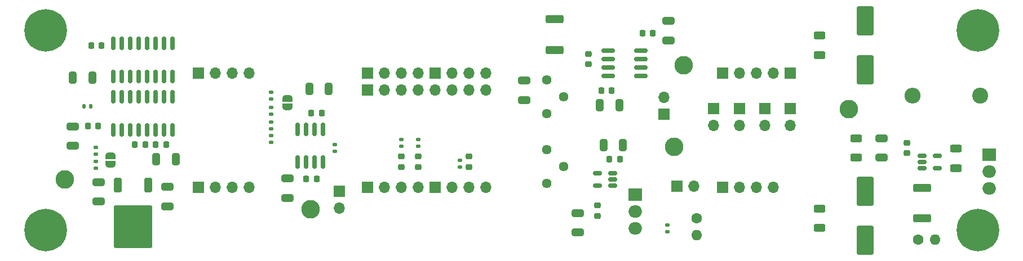
<source format=gbr>
%TF.GenerationSoftware,KiCad,Pcbnew,8.0.2*%
%TF.CreationDate,2024-07-01T04:04:09-07:00*%
%TF.ProjectId,waveform-generator-board,77617665-666f-4726-9d2d-67656e657261,rev?*%
%TF.SameCoordinates,Original*%
%TF.FileFunction,Soldermask,Top*%
%TF.FilePolarity,Negative*%
%FSLAX46Y46*%
G04 Gerber Fmt 4.6, Leading zero omitted, Abs format (unit mm)*
G04 Created by KiCad (PCBNEW 8.0.2) date 2024-07-01 04:04:09*
%MOMM*%
%LPD*%
G01*
G04 APERTURE LIST*
G04 Aperture macros list*
%AMRoundRect*
0 Rectangle with rounded corners*
0 $1 Rounding radius*
0 $2 $3 $4 $5 $6 $7 $8 $9 X,Y pos of 4 corners*
0 Add a 4 corners polygon primitive as box body*
4,1,4,$2,$3,$4,$5,$6,$7,$8,$9,$2,$3,0*
0 Add four circle primitives for the rounded corners*
1,1,$1+$1,$2,$3*
1,1,$1+$1,$4,$5*
1,1,$1+$1,$6,$7*
1,1,$1+$1,$8,$9*
0 Add four rect primitives between the rounded corners*
20,1,$1+$1,$2,$3,$4,$5,0*
20,1,$1+$1,$4,$5,$6,$7,0*
20,1,$1+$1,$6,$7,$8,$9,0*
20,1,$1+$1,$8,$9,$2,$3,0*%
%AMFreePoly0*
4,1,19,0.500000,-0.750000,0.000000,-0.750000,0.000000,-0.744911,-0.071157,-0.744911,-0.207708,-0.704816,-0.327430,-0.627875,-0.420627,-0.520320,-0.479746,-0.390866,-0.500000,-0.250000,-0.500000,0.250000,-0.479746,0.390866,-0.420627,0.520320,-0.327430,0.627875,-0.207708,0.704816,-0.071157,0.744911,0.000000,0.744911,0.000000,0.750000,0.500000,0.750000,0.500000,-0.750000,0.500000,-0.750000,
$1*%
%AMFreePoly1*
4,1,19,0.000000,0.744911,0.071157,0.744911,0.207708,0.704816,0.327430,0.627875,0.420627,0.520320,0.479746,0.390866,0.500000,0.250000,0.500000,-0.250000,0.479746,-0.390866,0.420627,-0.520320,0.327430,-0.627875,0.207708,-0.704816,0.071157,-0.744911,0.000000,-0.744911,0.000000,-0.750000,-0.500000,-0.750000,-0.500000,0.750000,0.000000,0.750000,0.000000,0.744911,0.000000,0.744911,
$1*%
G04 Aperture macros list end*
%ADD10RoundRect,0.150000X0.150000X-0.825000X0.150000X0.825000X-0.150000X0.825000X-0.150000X-0.825000X0*%
%ADD11RoundRect,0.250000X0.325000X0.650000X-0.325000X0.650000X-0.325000X-0.650000X0.325000X-0.650000X0*%
%ADD12C,2.400000*%
%ADD13O,2.400000X2.400000*%
%ADD14C,2.800000*%
%ADD15RoundRect,0.150000X0.512500X0.150000X-0.512500X0.150000X-0.512500X-0.150000X0.512500X-0.150000X0*%
%ADD16RoundRect,0.250000X-1.075000X0.362500X-1.075000X-0.362500X1.075000X-0.362500X1.075000X0.362500X0*%
%ADD17RoundRect,0.135000X0.185000X-0.135000X0.185000X0.135000X-0.185000X0.135000X-0.185000X-0.135000X0*%
%ADD18RoundRect,0.135000X-0.185000X0.135000X-0.185000X-0.135000X0.185000X-0.135000X0.185000X0.135000X0*%
%ADD19RoundRect,0.218750X-0.256250X0.218750X-0.256250X-0.218750X0.256250X-0.218750X0.256250X0.218750X0*%
%ADD20RoundRect,0.250000X-0.325000X-0.650000X0.325000X-0.650000X0.325000X0.650000X-0.325000X0.650000X0*%
%ADD21R,1.700000X1.700000*%
%ADD22O,1.700000X1.700000*%
%ADD23RoundRect,0.250000X-0.650000X0.325000X-0.650000X-0.325000X0.650000X-0.325000X0.650000X0.325000X0*%
%ADD24C,1.440000*%
%ADD25RoundRect,0.225000X0.250000X-0.225000X0.250000X0.225000X-0.250000X0.225000X-0.250000X-0.225000X0*%
%ADD26RoundRect,0.250000X-0.350000X0.850000X-0.350000X-0.850000X0.350000X-0.850000X0.350000X0.850000X0*%
%ADD27RoundRect,0.249997X-2.650003X2.950003X-2.650003X-2.950003X2.650003X-2.950003X2.650003X2.950003X0*%
%ADD28RoundRect,0.225000X0.225000X0.250000X-0.225000X0.250000X-0.225000X-0.250000X0.225000X-0.250000X0*%
%ADD29C,1.600000*%
%ADD30O,1.600000X1.600000*%
%ADD31RoundRect,0.250000X0.650000X-0.325000X0.650000X0.325000X-0.650000X0.325000X-0.650000X-0.325000X0*%
%ADD32RoundRect,0.135000X0.135000X0.185000X-0.135000X0.185000X-0.135000X-0.185000X0.135000X-0.185000X0*%
%ADD33RoundRect,0.250000X-0.625000X0.312500X-0.625000X-0.312500X0.625000X-0.312500X0.625000X0.312500X0*%
%ADD34C,6.400000*%
%ADD35RoundRect,0.250000X0.625000X-0.312500X0.625000X0.312500X-0.625000X0.312500X-0.625000X-0.312500X0*%
%ADD36RoundRect,0.225000X-0.225000X-0.250000X0.225000X-0.250000X0.225000X0.250000X-0.225000X0.250000X0*%
%ADD37RoundRect,0.150000X-0.512500X-0.150000X0.512500X-0.150000X0.512500X0.150000X-0.512500X0.150000X0*%
%ADD38RoundRect,0.225000X-0.250000X0.225000X-0.250000X-0.225000X0.250000X-0.225000X0.250000X0.225000X0*%
%ADD39FreePoly0,270.000000*%
%ADD40FreePoly1,270.000000*%
%ADD41R,2.000000X1.905000*%
%ADD42O,2.000000X1.905000*%
%ADD43RoundRect,0.150000X-0.825000X-0.150000X0.825000X-0.150000X0.825000X0.150000X-0.825000X0.150000X0*%
%ADD44RoundRect,0.250000X-1.000000X1.950000X-1.000000X-1.950000X1.000000X-1.950000X1.000000X1.950000X0*%
%ADD45RoundRect,0.150000X-0.150000X0.825000X-0.150000X-0.825000X0.150000X-0.825000X0.150000X0.825000X0*%
G04 APERTURE END LIST*
D10*
%TO.C,U3*%
X91154000Y-98920000D03*
X92424000Y-98920000D03*
X93694000Y-98920000D03*
X94964000Y-98920000D03*
X96234000Y-98920000D03*
X97504000Y-98920000D03*
X98774000Y-98920000D03*
X100044000Y-98920000D03*
X100044000Y-93970000D03*
X98774000Y-93970000D03*
X97504000Y-93970000D03*
X96234000Y-93970000D03*
X94964000Y-93970000D03*
X93694000Y-93970000D03*
X92424000Y-93970000D03*
X91154000Y-93970000D03*
%TD*%
D11*
%TO.C,C3*%
X88006000Y-91105000D03*
X85056000Y-91105000D03*
%TD*%
D12*
%TO.C,R21*%
X221405000Y-93825000D03*
D13*
X211245000Y-93825000D03*
%TD*%
D14*
%TO.C,TP4*%
X175427000Y-101529000D03*
%TD*%
D15*
%TO.C,U6*%
X166174500Y-107346000D03*
X166174500Y-106396000D03*
X166174500Y-105446000D03*
X163899500Y-105446000D03*
X163899500Y-107346000D03*
%TD*%
D16*
%TO.C,R22*%
X212679000Y-107646500D03*
X212679000Y-112271500D03*
%TD*%
D17*
%TO.C,R10*%
X114833000Y-94303000D03*
X114833000Y-93283000D03*
%TD*%
D18*
%TO.C,R1*%
X134420000Y-100389000D03*
X134420000Y-101409000D03*
%TD*%
D19*
%TO.C,D1*%
X134420000Y-102961500D03*
X134420000Y-104536500D03*
%TD*%
D20*
%TO.C,C13*%
X120580000Y-92817000D03*
X123530000Y-92817000D03*
%TD*%
D21*
%TO.C,J7*%
X182680000Y-90430000D03*
D22*
X185220000Y-90430000D03*
X187760000Y-90430000D03*
X190300000Y-90430000D03*
%TD*%
D21*
%TO.C,J5*%
X139500000Y-90430000D03*
D22*
X142040000Y-90430000D03*
X144580000Y-90430000D03*
X147120000Y-90430000D03*
%TD*%
D23*
%TO.C,C22*%
X160954000Y-111453000D03*
X160954000Y-114403000D03*
%TD*%
D17*
%TO.C,R2*%
X136960000Y-101409000D03*
X136960000Y-100389000D03*
%TD*%
D24*
%TO.C,RV1*%
X156245000Y-101915000D03*
X158785000Y-104455000D03*
X156245000Y-106995000D03*
%TD*%
D25*
%TO.C,C25*%
X210327000Y-102438000D03*
X210327000Y-100888000D03*
%TD*%
D26*
%TO.C,U1*%
X96423000Y-107246000D03*
D27*
X94143000Y-113546000D03*
D26*
X91863000Y-107246000D03*
%TD*%
D21*
%TO.C,J9*%
X129340000Y-92970000D03*
D22*
X131880000Y-92970000D03*
X134420000Y-92970000D03*
X136960000Y-92970000D03*
X139500000Y-92970000D03*
X142040000Y-92970000D03*
X144580000Y-92970000D03*
X147120000Y-92970000D03*
%TD*%
D28*
%TO.C,C6*%
X88902000Y-98365000D03*
X87352000Y-98365000D03*
%TD*%
D29*
%TO.C,R23*%
X212025000Y-115461000D03*
D30*
X214565000Y-115461000D03*
%TD*%
D21*
%TO.C,J4*%
X129340000Y-107570000D03*
D22*
X131880000Y-107570000D03*
X134420000Y-107570000D03*
X136960000Y-107570000D03*
%TD*%
D10*
%TO.C,U2*%
X91154000Y-90870000D03*
X92424000Y-90870000D03*
X93694000Y-90870000D03*
X94964000Y-90870000D03*
X96234000Y-90870000D03*
X97504000Y-90870000D03*
X98774000Y-90870000D03*
X100044000Y-90870000D03*
X100044000Y-85920000D03*
X98774000Y-85920000D03*
X97504000Y-85920000D03*
X96234000Y-85920000D03*
X94964000Y-85920000D03*
X93694000Y-85920000D03*
X92424000Y-85920000D03*
X91154000Y-85920000D03*
%TD*%
D28*
%TO.C,C10*%
X121680000Y-106363000D03*
X120130000Y-106363000D03*
%TD*%
D31*
%TO.C,C12*%
X117303000Y-109160000D03*
X117303000Y-106210000D03*
%TD*%
D21*
%TO.C,JP10*%
X189030000Y-95764000D03*
D22*
X189030000Y-98304000D03*
%TD*%
D32*
%TO.C,R6*%
X87811000Y-95381000D03*
X86791000Y-95381000D03*
%TD*%
D31*
%TO.C,C24*%
X206599000Y-103138000D03*
X206599000Y-100188000D03*
%TD*%
D18*
%TO.C,R17*%
X174385000Y-113291000D03*
X174385000Y-114311000D03*
%TD*%
D21*
%TO.C,J8*%
X182680000Y-107570000D03*
D22*
X185220000Y-107570000D03*
X187760000Y-107570000D03*
X190300000Y-107570000D03*
%TD*%
D33*
%TO.C,R18*%
X217739000Y-101750500D03*
X217739000Y-104675500D03*
%TD*%
D21*
%TO.C,J2*%
X103940000Y-107570000D03*
D22*
X106480000Y-107570000D03*
X109020000Y-107570000D03*
X111560000Y-107570000D03*
%TD*%
D18*
%TO.C,R11*%
X124469000Y-101155000D03*
X124469000Y-102175000D03*
%TD*%
D34*
%TO.C,H4*%
X221000000Y-114000000D03*
%TD*%
D35*
%TO.C,R15*%
X202707000Y-103125500D03*
X202707000Y-100200500D03*
%TD*%
D36*
%TO.C,C8*%
X94416000Y-101121000D03*
X95966000Y-101121000D03*
%TD*%
D37*
%TO.C,U7*%
X212667500Y-102823000D03*
X212667500Y-103773000D03*
X212667500Y-104723000D03*
X214942500Y-104723000D03*
X214942500Y-102823000D03*
%TD*%
D17*
%TO.C,R8*%
X114861000Y-98775000D03*
X114861000Y-97755000D03*
%TD*%
%TO.C,R3*%
X143236000Y-104560000D03*
X143236000Y-103540000D03*
%TD*%
D21*
%TO.C,JP9*%
X185220000Y-95764000D03*
D22*
X185220000Y-98304000D03*
%TD*%
D38*
%TO.C,C14*%
X162525000Y-87504000D03*
X162525000Y-89054000D03*
%TD*%
D39*
%TO.C,JP2*%
X117341000Y-94197000D03*
D40*
X117341000Y-95497000D03*
%TD*%
D34*
%TO.C,H1*%
X81000000Y-84000000D03*
%TD*%
D41*
%TO.C,Q3*%
X169551000Y-108679000D03*
D42*
X169551000Y-111219000D03*
X169551000Y-113759000D03*
%TD*%
D23*
%TO.C,C2*%
X88997000Y-106792000D03*
X88997000Y-109742000D03*
%TD*%
%TO.C,C15*%
X152871000Y-91480000D03*
X152871000Y-94430000D03*
%TD*%
D21*
%TO.C,JP11*%
X192840000Y-95764000D03*
D22*
X192840000Y-98304000D03*
%TD*%
D11*
%TO.C,C23*%
X167737000Y-101200000D03*
X164787000Y-101200000D03*
%TD*%
%TO.C,C31*%
X167162000Y-95241000D03*
X164212000Y-95241000D03*
%TD*%
D21*
%TO.C,JP4*%
X175785000Y-107435000D03*
D22*
X178325000Y-107435000D03*
%TD*%
D14*
%TO.C,TP5*%
X201685000Y-95790000D03*
%TD*%
D36*
%TO.C,C11*%
X120902000Y-96457000D03*
X122452000Y-96457000D03*
%TD*%
D16*
%TO.C,R12*%
X157419000Y-82316500D03*
X157419000Y-86941500D03*
%TD*%
D39*
%TO.C,JP1*%
X90697000Y-102853000D03*
D40*
X90697000Y-104153000D03*
%TD*%
D41*
%TO.C,Q1*%
X222755000Y-102695000D03*
D42*
X222755000Y-105235000D03*
X222755000Y-107775000D03*
%TD*%
D29*
%TO.C,R19*%
X178779000Y-112251000D03*
D30*
X178779000Y-114791000D03*
%TD*%
D43*
%TO.C,U8*%
X165488000Y-87020000D03*
X165488000Y-88290000D03*
X165488000Y-89560000D03*
X165488000Y-90830000D03*
X170438000Y-90830000D03*
X170438000Y-89560000D03*
X170438000Y-88290000D03*
X170438000Y-87020000D03*
%TD*%
D24*
%TO.C,RV2*%
X156245000Y-91415000D03*
X158785000Y-93955000D03*
X156245000Y-96495000D03*
%TD*%
D21*
%TO.C,JP6*%
X173905000Y-96627000D03*
D22*
X173905000Y-94087000D03*
%TD*%
D21*
%TO.C,JP8*%
X181350000Y-95764000D03*
D22*
X181350000Y-98304000D03*
%TD*%
D23*
%TO.C,C1*%
X99311000Y-107484000D03*
X99311000Y-110434000D03*
%TD*%
D28*
%TO.C,C4*%
X89378000Y-86283000D03*
X87828000Y-86283000D03*
%TD*%
D11*
%TO.C,C9*%
X100554000Y-103329000D03*
X97604000Y-103329000D03*
%TD*%
D21*
%TO.C,J6*%
X139500000Y-107570000D03*
D22*
X142040000Y-107570000D03*
X144580000Y-107570000D03*
X147120000Y-107570000D03*
%TD*%
D44*
%TO.C,C27*%
X204120000Y-108147000D03*
X204120000Y-115547000D03*
%TD*%
D19*
%TO.C,D3*%
X144580000Y-102961500D03*
X144580000Y-104536500D03*
%TD*%
D28*
%TO.C,C28*%
X172176000Y-84387000D03*
X170626000Y-84387000D03*
%TD*%
D17*
%TO.C,R4*%
X88551000Y-104747000D03*
X88551000Y-103727000D03*
%TD*%
D31*
%TO.C,C5*%
X85035000Y-101366000D03*
X85035000Y-98416000D03*
%TD*%
%TO.C,C30*%
X174593000Y-85508000D03*
X174593000Y-82558000D03*
%TD*%
D34*
%TO.C,H2*%
X81000000Y-114000000D03*
%TD*%
D21*
%TO.C,J3*%
X129340000Y-90430000D03*
D22*
X131880000Y-90430000D03*
X134420000Y-90430000D03*
X136960000Y-90430000D03*
%TD*%
D19*
%TO.C,D2*%
X136960000Y-102961500D03*
X136960000Y-104536500D03*
%TD*%
D14*
%TO.C,TP1*%
X83853000Y-106425000D03*
%TD*%
%TO.C,TP3*%
X176845000Y-89249000D03*
%TD*%
D33*
%TO.C,R24*%
X197282000Y-84761500D03*
X197282000Y-87686500D03*
%TD*%
D45*
%TO.C,U4*%
X122648000Y-98846000D03*
X121378000Y-98846000D03*
X120108000Y-98846000D03*
X118838000Y-98846000D03*
X118838000Y-103796000D03*
X120108000Y-103796000D03*
X121378000Y-103796000D03*
X122648000Y-103796000D03*
%TD*%
D17*
%TO.C,R9*%
X114831000Y-96621000D03*
X114831000Y-95601000D03*
%TD*%
D28*
%TO.C,C29*%
X166008000Y-93033000D03*
X164458000Y-93033000D03*
%TD*%
D21*
%TO.C,J10*%
X192840000Y-90430000D03*
%TD*%
D28*
%TO.C,C21*%
X167247000Y-103368000D03*
X165697000Y-103368000D03*
%TD*%
D38*
%TO.C,C20*%
X163924000Y-110323000D03*
X163924000Y-111873000D03*
%TD*%
D44*
%TO.C,C26*%
X204120000Y-82537000D03*
X204120000Y-89937000D03*
%TD*%
D21*
%TO.C,JP3*%
X125151000Y-108187000D03*
D22*
X125151000Y-110727000D03*
%TD*%
D17*
%TO.C,R7*%
X114843000Y-100839000D03*
X114843000Y-99819000D03*
%TD*%
D28*
%TO.C,C7*%
X99076000Y-101121000D03*
X97526000Y-101121000D03*
%TD*%
D33*
%TO.C,R25*%
X197282000Y-110780500D03*
X197282000Y-113705500D03*
%TD*%
D14*
%TO.C,TP2*%
X120805000Y-110879000D03*
%TD*%
D17*
%TO.C,R5*%
X88551000Y-102585000D03*
X88551000Y-101565000D03*
%TD*%
D34*
%TO.C,H3*%
X221000000Y-84000000D03*
%TD*%
D21*
%TO.C,J1*%
X103940000Y-90430000D03*
D22*
X106480000Y-90430000D03*
X109020000Y-90430000D03*
X111560000Y-90430000D03*
%TD*%
M02*

</source>
